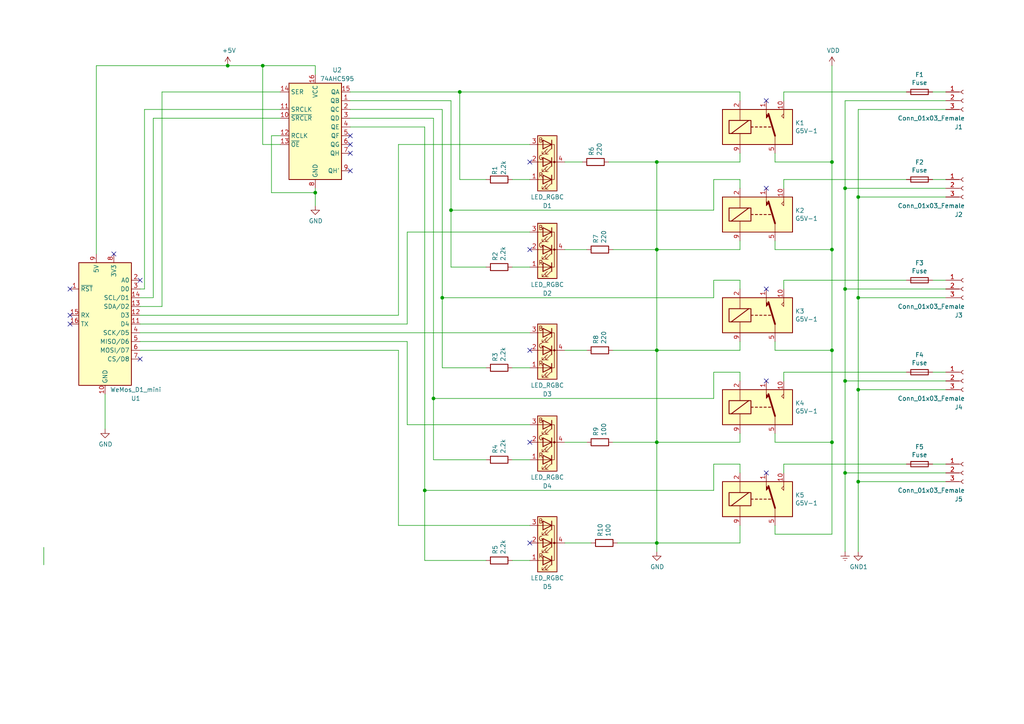
<source format=kicad_sch>
(kicad_sch (version 20230121) (generator eeschema)
  (paper "A4")
  (lib_symbols
    (symbol "74xx:74AHC595"
      (property "Reference" "U" (at -7.62 13.97 0))
      (property "Value" "74AHC595" (at -7.62 -16.51 0))
      (symbol "74AHC595_1_0"
        (pin tri_state line (at 10.16 7.62 180) (length 2.54) (name "QB") (number "1"))
        (pin input line (at -10.16 2.54 0) (length 2.54) (name "~{SRCLR}") (number "10"))
        (pin input line (at -10.16 5.08 0) (length 2.54) (name "SRCLK") (number "11"))
        (pin input line (at -10.16 -2.54 0) (length 2.54) (name "RCLK") (number "12"))
        (pin input line (at -10.16 -5.08 0) (length 2.54) (name "~{OE}") (number "13"))
        (pin input line (at -10.16 10.16 0) (length 2.54) (name "SER") (number "14"))
        (pin tri_state line (at 10.16 10.16 180) (length 2.54) (name "QA") (number "15"))
        (pin power_in line (at 0 15.24 270) (length 2.54) (name "VCC") (number "16"))
        (pin tri_state line (at 10.16 5.08 180) (length 2.54) (name "QC") (number "2"))
        (pin tri_state line (at 10.16 2.54 180) (length 2.54) (name "QD") (number "3"))
        (pin tri_state line (at 10.16 0 180) (length 2.54) (name "QE") (number "4"))
        (pin tri_state line (at 10.16 -2.54 180) (length 2.54) (name "QF") (number "5"))
        (pin tri_state line (at 10.16 -5.08 180) (length 2.54) (name "QG") (number "6"))
        (pin tri_state line (at 10.16 -7.62 180) (length 2.54) (name "QH") (number "7"))
        (pin power_in line (at 0 -17.78 90) (length 2.54) (name "GND") (number "8"))
        (pin output line (at 10.16 -12.7 180) (length 2.54) (name "QH'") (number "9"))
      )
      (symbol "74AHC595_1_1"
        (rectangle (start -7.62 12.7) (end 7.62 -15.24) (stroke (width 0.254)) (fill (type background)))
      )
    )
    (symbol "Device:Fuse" (pin_numbers hide) (pin_names (offset 0))
      (property "Reference" "F" (at 2.032 0 90))
      (property "Value" "Fuse" (at -1.905 0 90))
      (symbol "Fuse_0_1"
        (rectangle (start -0.762 -2.54) (end 0.762 2.54) (stroke (width 0.254)))
        (polyline (pts (xy 0 2.54) (xy 0 -2.54)))
      )
      (symbol "Fuse_1_1"
        (pin passive line (at 0 3.81 270) (length 1.27) (name "~") (number "1"))
        (pin passive line (at 0 -3.81 90) (length 1.27) (name "~") (number "2"))
      )
    )
    (symbol "Device:R" (pin_numbers hide) (pin_names (offset 0))
      (property "Reference" "R" (at 2.032 0 90))
      (property "Value" "R" (at 0 0 90))
      (symbol "R_0_1"
        (rectangle (start -1.016 -2.54) (end 1.016 2.54) (stroke (width 0.254)))
      )
      (symbol "R_1_1"
        (pin passive line (at 0 3.81 270) (length 1.27) (name "~") (number "1"))
        (pin passive line (at 0 -3.81 90) (length 1.27) (name "~") (number "2"))
      )
    )
    (symbol "ESP_Steckdose-rescue:Conn_01x03_Female-Connector" (pin_names (offset 1.016) hide)
      (property "Reference" "J" (at 0 5.08 0))
      (property "Value" "Connector_Conn_01x03_Female" (at 0 -5.08 0))
      (symbol "Conn_01x03_Female-Connector_1_1"
        (arc (start 0 -2.032) (mid -0.5058 -2.54) (end 0 -3.048) (stroke (width 0.1524)))
        (polyline (pts (xy -1.27 -2.54) (xy -0.508 -2.54)) (stroke (width 0.1524)))
        (polyline (pts (xy -1.27 0) (xy -0.508 0)) (stroke (width 0.1524)))
        (polyline (pts (xy -1.27 2.54) (xy -0.508 2.54)) (stroke (width 0.1524)))
        (arc (start 0 0.508) (mid -0.5058 0) (end 0 -0.508) (stroke (width 0.1524)))
        (arc (start 0 3.048) (mid -0.5058 2.54) (end 0 2.032) (stroke (width 0.1524)))
        (pin passive line (at -5.08 2.54 0) (length 3.81) (name "Pin_1") (number "1"))
        (pin passive line (at -5.08 0 0) (length 3.81) (name "Pin_2") (number "2"))
        (pin passive line (at -5.08 -2.54 0) (length 3.81) (name "Pin_3") (number "3"))
      )
    )
    (symbol "ESP_Steckdose-rescue:LED_RGBC-Device" (pin_names (offset 0) hide)
      (property "Reference" "D" (at 0 9.398 0))
      (property "Value" "Device_LED_RGBC" (at 0 -8.89 0))
      (symbol "LED_RGBC-Device_0_0"
        (text "B" (at 1.905 -6.35 0) (effects (font (size 1.27 1.27))))
        (text "G" (at 1.905 -1.27 0) (effects (font (size 1.27 1.27))))
        (text "R" (at 1.905 3.81 0) (effects (font (size 1.27 1.27))))
      )
      (symbol "LED_RGBC-Device_0_1"
        (circle (center -2.032 0) (radius 0.254) (fill (type outline)))
        (polyline (pts (xy -1.27 -5.08) (xy 1.27 -5.08)))
        (polyline (pts (xy -1.27 -3.81) (xy -1.27 -6.35)) (stroke (width 0.254)))
        (polyline (pts (xy -1.27 0) (xy -2.54 0)))
        (polyline (pts (xy -1.27 1.27) (xy -1.27 -1.27)) (stroke (width 0.254)))
        (polyline (pts (xy -1.27 5.08) (xy 1.27 5.08)))
        (polyline (pts (xy -1.27 6.35) (xy -1.27 3.81)) (stroke (width 0.254)))
        (polyline (pts (xy 1.27 -5.08) (xy 2.54 -5.08)))
        (polyline (pts (xy 1.27 0) (xy -1.27 0)))
        (polyline (pts (xy 1.27 0) (xy 2.54 0)))
        (polyline (pts (xy 1.27 5.08) (xy 2.54 5.08)))
        (polyline (pts (xy -1.27 1.27) (xy -1.27 -1.27) (xy -1.27 -1.27)))
        (polyline (pts (xy -1.27 6.35) (xy -1.27 3.81) (xy -1.27 3.81)))
        (polyline (pts (xy -1.27 5.08) (xy -2.032 5.08) (xy -2.032 -5.08) (xy -1.016 -5.08)))
        (polyline (pts (xy 1.27 -3.81) (xy 1.27 -6.35) (xy -1.27 -5.08) (xy 1.27 -3.81)) (stroke (width 0.254)))
        (polyline (pts (xy 1.27 1.27) (xy 1.27 -1.27) (xy -1.27 0) (xy 1.27 1.27)) (stroke (width 0.254)))
        (polyline (pts (xy 1.27 6.35) (xy 1.27 3.81) (xy -1.27 5.08) (xy 1.27 6.35)) (stroke (width 0.254)))
        (polyline (pts (xy -1.016 -3.81) (xy 0.508 -2.286) (xy -0.254 -2.286) (xy 0.508 -2.286) (xy 0.508 -3.048)))
        (polyline (pts (xy -1.016 1.27) (xy 0.508 2.794) (xy -0.254 2.794) (xy 0.508 2.794) (xy 0.508 2.032)))
        (polyline (pts (xy -1.016 6.35) (xy 0.508 7.874) (xy -0.254 7.874) (xy 0.508 7.874) (xy 0.508 7.112)))
        (polyline (pts (xy 0 -3.81) (xy 1.524 -2.286) (xy 0.762 -2.286) (xy 1.524 -2.286) (xy 1.524 -3.048)))
        (polyline (pts (xy 0 1.27) (xy 1.524 2.794) (xy 0.762 2.794) (xy 1.524 2.794) (xy 1.524 2.032)))
        (polyline (pts (xy 0 6.35) (xy 1.524 7.874) (xy 0.762 7.874) (xy 1.524 7.874) (xy 1.524 7.112)))
        (rectangle (start 1.27 -1.27) (end 1.27 1.27))
        (rectangle (start 1.27 1.27) (end 1.27 1.27))
        (rectangle (start 1.27 3.81) (end 1.27 6.35))
        (rectangle (start 1.27 6.35) (end 1.27 6.35))
        (rectangle (start 2.794 8.382) (end -2.794 -7.62) (stroke (width 0.254)) (fill (type background)))
      )
      (symbol "LED_RGBC-Device_1_1"
        (pin passive line (at 5.08 5.08 180) (length 2.54) (name "RA") (number "1"))
        (pin passive line (at 5.08 0 180) (length 2.54) (name "GA") (number "2"))
        (pin passive line (at 5.08 -5.08 180) (length 2.54) (name "BA") (number "3"))
        (pin passive line (at -5.08 0 0) (length 2.54) (name "K") (number "4"))
      )
    )
    (symbol "MCU_Module:WeMos_D1_mini"
      (property "Reference" "U" (at 3.81 19.05 0))
      (property "Value" "WeMos_D1_mini" (at 1.27 -19.05 0))
      (symbol "WeMos_D1_mini_1_1"
        (rectangle (start -7.62 17.78) (end 7.62 -17.78) (stroke (width 0.254)) (fill (type background)))
        (pin input line (at -10.16 10.16 0) (length 2.54) (name "~{RST}") (number "1"))
        (pin power_in line (at 0 -20.32 90) (length 2.54) (name "GND") (number "10"))
        (pin bidirectional line (at 10.16 0 180) (length 2.54) (name "D4") (number "11"))
        (pin bidirectional line (at 10.16 2.54 180) (length 2.54) (name "D3") (number "12"))
        (pin bidirectional line (at 10.16 5.08 180) (length 2.54) (name "SDA/D2") (number "13"))
        (pin bidirectional line (at 10.16 7.62 180) (length 2.54) (name "SCL/D1") (number "14"))
        (pin input line (at -10.16 2.54 0) (length 2.54) (name "RX") (number "15"))
        (pin output line (at -10.16 0 0) (length 2.54) (name "TX") (number "16"))
        (pin input line (at 10.16 12.7 180) (length 2.54) (name "A0") (number "2"))
        (pin bidirectional line (at 10.16 10.16 180) (length 2.54) (name "D0") (number "3"))
        (pin bidirectional line (at 10.16 -2.54 180) (length 2.54) (name "SCK/D5") (number "4"))
        (pin bidirectional line (at 10.16 -5.08 180) (length 2.54) (name "MISO/D6") (number "5"))
        (pin bidirectional line (at 10.16 -7.62 180) (length 2.54) (name "MOSI/D7") (number "6"))
        (pin bidirectional line (at 10.16 -10.16 180) (length 2.54) (name "CS/D8") (number "7"))
        (pin power_out line (at 2.54 20.32 270) (length 2.54) (name "3V3") (number "8"))
        (pin power_in line (at -2.54 20.32 270) (length 2.54) (name "5V") (number "9"))
      )
    )
    (symbol "Relay:G5V-1"
      (property "Reference" "K" (at 11.43 3.81 0))
      (property "Value" "G5V-1" (at 11.43 1.27 0))
      (symbol "G5V-1_0_0"
        (polyline (pts (xy 7.62 5.08) (xy 7.62 2.54) (xy 6.985 3.175) (xy 7.62 3.81)))
      )
      (symbol "G5V-1_0_1"
        (rectangle (start -10.16 5.08) (end 10.16 -5.08) (stroke (width 0.254)) (fill (type background)))
        (rectangle (start -8.255 1.905) (end -1.905 -1.905) (stroke (width 0.254)))
        (polyline (pts (xy -7.62 -1.905) (xy -2.54 1.905)) (stroke (width 0.254)))
        (polyline (pts (xy -5.08 -5.08) (xy -5.08 -1.905)))
        (polyline (pts (xy -5.08 5.08) (xy -5.08 1.905)))
        (polyline (pts (xy -1.905 0) (xy -1.27 0)) (stroke (width 0.254)))
        (polyline (pts (xy -0.635 0) (xy 0 0)) (stroke (width 0.254)))
        (polyline (pts (xy 0.635 0) (xy 1.27 0)) (stroke (width 0.254)))
        (polyline (pts (xy 1.905 0) (xy 2.54 0)) (stroke (width 0.254)))
        (polyline (pts (xy 3.175 0) (xy 3.81 0)) (stroke (width 0.254)))
        (polyline (pts (xy 5.08 -2.54) (xy 3.175 3.81)) (stroke (width 0.508)))
        (polyline (pts (xy 5.08 -2.54) (xy 5.08 -5.08)))
        (polyline (pts (xy 2.54 5.08) (xy 2.54 2.54) (xy 3.175 3.175) (xy 2.54 3.81)) (fill (type outline)))
      )
      (symbol "G5V-1_1_1"
        (pin passive line (at 2.54 7.62 270) (length 2.54) (name "~") (number "1"))
        (pin passive line (at 7.62 7.62 270) (length 2.54) (name "~") (number "10"))
        (pin passive line (at -5.08 7.62 270) (length 2.54) (name "~") (number "2"))
        (pin passive line (at 5.08 -7.62 90) (length 2.54) (name "~") (number "5"))
        (pin passive line (at 5.08 -7.62 90) (length 2.54) hide (name "~") (number "6"))
        (pin passive line (at -5.08 -7.62 90) (length 2.54) (name "~") (number "9"))
      )
    )
    (symbol "power:+5V" (power) (pin_names (offset 0))
      (property "Value" "+5V" (at 0 3.556 0))
      (symbol "+5V_0_1"
        (polyline (pts (xy -0.762 1.27) (xy 0 2.54)))
        (polyline (pts (xy 0 0) (xy 0 2.54)))
        (polyline (pts (xy 0 2.54) (xy 0.762 1.27)))
      )
      (symbol "+5V_1_1"
        (pin power_in line (at 0 0 90) (length 0) hide (name "+5V") (number "1"))
      )
    )
    (symbol "power:Earth" (power) (pin_names (offset 0))
      (symbol "Earth_0_1"
        (polyline (pts (xy -0.635 -1.905) (xy 0.635 -1.905)))
        (polyline (pts (xy -0.127 -2.54) (xy 0.127 -2.54)))
        (polyline (pts (xy 0 -1.27) (xy 0 0)))
        (polyline (pts (xy 1.27 -1.27) (xy -1.27 -1.27)))
      )
      (symbol "Earth_1_1"
        (pin power_in line (at 0 0 270) (length 0) hide (name "Earth") (number "1"))
      )
    )
    (symbol "power:GND" (power) (pin_names (offset 0))
      (property "Value" "GND" (at 0 -3.81 0))
      (symbol "GND_0_1"
        (polyline (pts (xy 0 0) (xy 0 -1.27) (xy 1.27 -1.27) (xy 0 -2.54) (xy -1.27 -1.27) (xy 0 -1.27)))
      )
      (symbol "GND_1_1"
        (pin power_in line (at 0 0 270) (length 0) hide (name "GND") (number "1"))
      )
    )
    (symbol "power:GND1" (power) (pin_names (offset 0))
      (property "Value" "GND1" (at 0 -3.81 0))
      (symbol "GND1_0_1"
        (polyline (pts (xy 0 0) (xy 0 -1.27) (xy 1.27 -1.27) (xy 0 -2.54) (xy -1.27 -1.27) (xy 0 -1.27)))
      )
      (symbol "GND1_1_1"
        (pin power_in line (at 0 0 270) (length 0) hide (name "GND1") (number "1"))
      )
    )
    (symbol "power:VDD" (power) (pin_names (offset 0))
      (property "Value" "VDD" (at 0 3.81 0))
      (symbol "VDD_0_1"
        (polyline (pts (xy -0.762 1.27) (xy 0 2.54)))
        (polyline (pts (xy 0 0) (xy 0 2.54)))
        (polyline (pts (xy 0 2.54) (xy 0.762 1.27)))
      )
      (symbol "VDD_1_1"
        (pin power_in line (at 0 0 90) (length 0) hide (name "VDD") (number "1"))
      )
    )
  )
  (junction (at 248.92 113.03))
  (junction (at 248.92 139.7))
  (junction (at 190.5 101.6))
  (junction (at 241.3 46.99))
  (junction (at 91.44 55.88))
  (junction (at 125.73 115.57))
  (junction (at 241.3 101.6))
  (junction (at 248.92 86.36))
  (junction (at 190.5 128.27))
  (junction (at 241.3 72.39))
  (junction (at 76.2 19.05))
  (junction (at 133.35 26.67))
  (junction (at 245.11 83.82))
  (junction (at 248.92 57.15))
  (junction (at 190.5 72.39))
  (junction (at 130.81 60.96))
  (junction (at 190.5 157.48))
  (junction (at 245.11 110.49))
  (junction (at 190.5 46.99))
  (junction (at 123.19 142.24))
  (junction (at 241.3 128.27))
  (junction (at 66.04 19.05))
  (junction (at 245.11 137.16))
  (junction (at 245.11 54.61))
  (junction (at 128.27 86.36))
  (no_connect (at 101.6 44.45))
  (no_connect (at 33.02 73.66))
  (no_connect (at 222.25 110.49))
  (no_connect (at 153.67 128.27))
  (no_connect (at 40.64 104.14))
  (no_connect (at 153.67 46.99))
  (no_connect (at 222.25 54.61))
  (no_connect (at 222.25 137.16))
  (no_connect (at 101.6 41.91))
  (no_connect (at 101.6 39.37))
  (no_connect (at 222.25 83.82))
  (no_connect (at 101.6 49.53))
  (no_connect (at 40.64 81.28))
  (no_connect (at 153.67 101.6))
  (no_connect (at 20.32 91.44))
  (no_connect (at 153.67 72.39))
  (no_connect (at 222.25 29.21))
  (no_connect (at 20.32 93.98))
  (no_connect (at 20.32 83.82))
  (no_connect (at 153.67 157.48))
  (wire (pts (xy 190.5 160.02) (xy 190.5 157.48)))
  (wire (pts (xy 190.5 46.99) (xy 214.63 46.99)))
  (wire (pts (xy 41.91 31.75) (xy 81.28 31.75)))
  (wire (pts (xy 274.32 26.67) (xy 270.51 26.67)))
  (wire (pts (xy 248.92 31.75) (xy 274.32 31.75)))
  (wire (pts (xy 245.11 29.21) (xy 274.32 29.21)))
  (wire (pts (xy 125.73 34.29) (xy 125.73 115.57)))
  (wire (pts (xy 241.3 46.99) (xy 241.3 72.39)))
  (wire (pts (xy 123.19 36.83) (xy 123.19 142.24)))
  (wire (pts (xy 91.44 19.05) (xy 91.44 21.59)))
  (wire (pts (xy 101.6 26.67) (xy 133.35 26.67)))
  (wire (pts (xy 163.83 157.48) (xy 171.45 157.48)))
  (wire (pts (xy 148.59 52.07) (xy 153.67 52.07)))
  (wire (pts (xy 125.73 133.35) (xy 140.97 133.35)))
  (wire (pts (xy 163.83 72.39) (xy 170.18 72.39)))
  (wire (pts (xy 248.92 86.36) (xy 248.92 113.03)))
  (wire (pts (xy 101.6 31.75) (xy 128.27 31.75)))
  (wire (pts (xy 128.27 31.75) (xy 128.27 86.36)))
  (wire (pts (xy 245.11 160.02) (xy 245.11 137.16)))
  (wire (pts (xy 81.28 39.37) (xy 78.74 39.37)))
  (wire (pts (xy 44.45 34.29) (xy 81.28 34.29)))
  (wire (pts (xy 177.8 128.27) (xy 190.5 128.27)))
  (wire (pts (xy 227.33 54.61) (xy 227.33 52.07)))
  (wire (pts (xy 130.81 60.96) (xy 207.01 60.96)))
  (wire (pts (xy 207.01 81.28) (xy 207.01 86.36)))
  (wire (pts (xy 248.92 139.7) (xy 248.92 160.02)))
  (wire (pts (xy 214.63 101.6) (xy 214.63 99.06)))
  (wire (pts (xy 214.63 26.67) (xy 214.63 29.21)))
  (wire (pts (xy 27.94 19.05) (xy 27.94 73.66)))
  (wire (pts (xy 190.5 101.6) (xy 214.63 101.6)))
  (wire (pts (xy 115.57 91.44) (xy 40.64 91.44)))
  (wire (pts (xy 40.64 101.6) (xy 115.57 101.6)))
  (wire (pts (xy 177.8 72.39) (xy 190.5 72.39)))
  (wire (pts (xy 177.8 101.6) (xy 190.5 101.6)))
  (wire (pts (xy 148.59 77.47) (xy 153.67 77.47)))
  (wire (pts (xy 227.33 137.16) (xy 227.33 134.62)))
  (wire (pts (xy 207.01 134.62) (xy 214.63 134.62)))
  (wire (pts (xy 133.35 26.67) (xy 133.35 52.07)))
  (wire (pts (xy 245.11 83.82) (xy 245.11 54.61)))
  (wire (pts (xy 214.63 83.82) (xy 214.63 81.28)))
  (wire (pts (xy 207.01 107.95) (xy 214.63 107.95)))
  (wire (pts (xy 190.5 101.6) (xy 190.5 128.27)))
  (wire (pts (xy 241.3 19.05) (xy 241.3 46.99)))
  (wire (pts (xy 241.3 101.6) (xy 224.79 101.6)))
  (wire (pts (xy 274.32 134.62) (xy 270.51 134.62)))
  (wire (pts (xy 130.81 60.96) (xy 130.81 77.47)))
  (wire (pts (xy 190.5 128.27) (xy 214.63 128.27)))
  (wire (pts (xy 207.01 60.96) (xy 207.01 52.07)))
  (wire (pts (xy 128.27 86.36) (xy 128.27 106.68)))
  (wire (pts (xy 66.04 19.05) (xy 76.2 19.05)))
  (wire (pts (xy 207.01 142.24) (xy 207.01 134.62)))
  (wire (pts (xy 123.19 142.24) (xy 207.01 142.24)))
  (wire (pts (xy 44.45 34.29) (xy 44.45 86.36)))
  (wire (pts (xy 190.5 128.27) (xy 190.5 157.48)))
  (wire (pts (xy 248.92 113.03) (xy 274.32 113.03)))
  (wire (pts (xy 248.92 113.03) (xy 248.92 139.7)))
  (wire (pts (xy 76.2 19.05) (xy 91.44 19.05)))
  (wire (pts (xy 118.11 67.31) (xy 153.67 67.31)))
  (wire (pts (xy 227.33 26.67) (xy 262.89 26.67)))
  (wire (pts (xy 190.5 72.39) (xy 190.5 101.6)))
  (wire (pts (xy 214.63 128.27) (xy 214.63 125.73)))
  (wire (pts (xy 130.81 77.47) (xy 140.97 77.47)))
  (wire (pts (xy 125.73 115.57) (xy 207.01 115.57)))
  (wire (pts (xy 163.83 128.27) (xy 170.18 128.27)))
  (wire (pts (xy 245.11 54.61) (xy 245.11 29.21)))
  (wire (pts (xy 248.92 57.15) (xy 248.92 86.36)))
  (wire (pts (xy 101.6 34.29) (xy 125.73 34.29)))
  (wire (pts (xy 40.64 86.36) (xy 44.45 86.36)))
  (wire (pts (xy 76.2 41.91) (xy 81.28 41.91)))
  (wire (pts (xy 130.81 29.21) (xy 130.81 60.96)))
  (wire (pts (xy 125.73 115.57) (xy 125.73 133.35)))
  (wire (pts (xy 118.11 93.98) (xy 40.64 93.98)))
  (wire (pts (xy 133.35 52.07) (xy 140.97 52.07)))
  (wire (pts (xy 128.27 106.68) (xy 140.97 106.68)))
  (wire (pts (xy 115.57 101.6) (xy 115.57 152.4)))
  (wire (pts (xy 190.5 72.39) (xy 214.63 72.39)))
  (wire (pts (xy 115.57 41.91) (xy 153.67 41.91)))
  (wire (pts (xy 190.5 46.99) (xy 190.5 72.39)))
  (wire (pts (xy 227.33 29.21) (xy 227.33 26.67)))
  (wire (pts (xy 274.32 52.07) (xy 270.51 52.07)))
  (wire (pts (xy 40.64 83.82) (xy 41.91 83.82)))
  (wire (pts (xy 214.63 134.62) (xy 214.63 137.16)))
  (wire (pts (xy 101.6 29.21) (xy 130.81 29.21)))
  (wire (pts (xy 179.07 157.48) (xy 190.5 157.48)))
  (wire (pts (xy 245.11 83.82) (xy 274.32 83.82)))
  (wire (pts (xy 76.2 19.05) (xy 76.2 41.91)))
  (wire (pts (xy 241.3 72.39) (xy 241.3 101.6)))
  (wire (pts (xy 40.64 88.9) (xy 46.99 88.9)))
  (wire (pts (xy 227.33 110.49) (xy 227.33 107.95)))
  (wire (pts (xy 46.99 26.67) (xy 46.99 88.9)))
  (wire (pts (xy 12.7 163.83) (xy 12.7 158.75)))
  (wire (pts (xy 78.74 39.37) (xy 78.74 55.88)))
  (wire (pts (xy 91.44 55.88) (xy 91.44 54.61)))
  (wire (pts (xy 41.91 31.75) (xy 41.91 83.82)))
  (wire (pts (xy 227.33 81.28) (xy 262.89 81.28)))
  (wire (pts (xy 224.79 154.94) (xy 224.79 152.4)))
  (wire (pts (xy 245.11 110.49) (xy 245.11 83.82)))
  (wire (pts (xy 207.01 52.07) (xy 214.63 52.07)))
  (wire (pts (xy 148.59 106.68) (xy 153.67 106.68)))
  (wire (pts (xy 248.92 31.75) (xy 248.92 57.15)))
  (wire (pts (xy 91.44 59.69) (xy 91.44 55.88)))
  (wire (pts (xy 133.35 26.67) (xy 214.63 26.67)))
  (wire (pts (xy 214.63 157.48) (xy 214.63 152.4)))
  (wire (pts (xy 148.59 162.56) (xy 153.67 162.56)))
  (wire (pts (xy 248.92 57.15) (xy 274.32 57.15)))
  (wire (pts (xy 248.92 86.36) (xy 274.32 86.36)))
  (wire (pts (xy 214.63 52.07) (xy 214.63 54.61)))
  (wire (pts (xy 115.57 152.4) (xy 153.67 152.4)))
  (wire (pts (xy 241.3 154.94) (xy 224.79 154.94)))
  (wire (pts (xy 245.11 54.61) (xy 274.32 54.61)))
  (wire (pts (xy 224.79 128.27) (xy 224.79 125.73)))
  (wire (pts (xy 224.79 46.99) (xy 224.79 44.45)))
  (wire (pts (xy 227.33 134.62) (xy 262.89 134.62)))
  (wire (pts (xy 214.63 81.28) (xy 207.01 81.28)))
  (wire (pts (xy 241.3 46.99) (xy 224.79 46.99)))
  (wire (pts (xy 118.11 123.19) (xy 118.11 99.06)))
  (wire (pts (xy 46.99 26.67) (xy 81.28 26.67)))
  (wire (pts (xy 227.33 52.07) (xy 262.89 52.07)))
  (wire (pts (xy 101.6 36.83) (xy 123.19 36.83)))
  (wire (pts (xy 176.53 46.99) (xy 190.5 46.99)))
  (wire (pts (xy 245.11 137.16) (xy 274.32 137.16)))
  (wire (pts (xy 40.64 99.06) (xy 118.11 99.06)))
  (wire (pts (xy 241.3 101.6) (xy 241.3 128.27)))
  (wire (pts (xy 245.11 137.16) (xy 245.11 110.49)))
  (wire (pts (xy 66.04 19.05) (xy 27.94 19.05)))
  (wire (pts (xy 248.92 139.7) (xy 274.32 139.7)))
  (wire (pts (xy 40.64 96.52) (xy 153.67 96.52)))
  (wire (pts (xy 241.3 72.39) (xy 224.79 72.39)))
  (wire (pts (xy 128.27 86.36) (xy 207.01 86.36)))
  (wire (pts (xy 163.83 101.6) (xy 170.18 101.6)))
  (wire (pts (xy 245.11 110.49) (xy 274.32 110.49)))
  (wire (pts (xy 241.3 128.27) (xy 241.3 154.94)))
  (wire (pts (xy 148.59 133.35) (xy 153.67 133.35)))
  (wire (pts (xy 163.83 46.99) (xy 168.91 46.99)))
  (wire (pts (xy 214.63 72.39) (xy 214.63 69.85)))
  (wire (pts (xy 190.5 157.48) (xy 214.63 157.48)))
  (wire (pts (xy 115.57 41.91) (xy 115.57 91.44)))
  (wire (pts (xy 274.32 107.95) (xy 270.51 107.95)))
  (wire (pts (xy 214.63 46.99) (xy 214.63 44.45)))
  (wire (pts (xy 227.33 107.95) (xy 262.89 107.95)))
  (wire (pts (xy 224.79 101.6) (xy 224.79 99.06)))
  (wire (pts (xy 30.48 124.46) (xy 30.48 114.3)))
  (wire (pts (xy 227.33 81.28) (xy 227.33 83.82)))
  (wire (pts (xy 214.63 107.95) (xy 214.63 110.49)))
  (wire (pts (xy 274.32 81.28) (xy 270.51 81.28)))
  (wire (pts (xy 207.01 115.57) (xy 207.01 107.95)))
  (wire (pts (xy 224.79 72.39) (xy 224.79 69.85)))
  (wire (pts (xy 123.19 162.56) (xy 140.97 162.56)))
  (wire (pts (xy 241.3 128.27) (xy 224.79 128.27)))
  (wire (pts (xy 78.74 55.88) (xy 91.44 55.88)))
  (wire (pts (xy 123.19 142.24) (xy 123.19 162.56)))
  (wire (pts (xy 118.11 67.31) (xy 118.11 93.98)))
  (wire (pts (xy 118.11 123.19) (xy 153.67 123.19)))
  (symbol (lib_id "power:GND") (at 190.5 160.02 0) (unit 1)
    (property "Reference" "#PWR?" (effects hide))
    (property "Value" "GND" (at 190.627 164.4142 0))
  )
  (symbol (lib_id "MCU_Module:WeMos_D1_mini") (at 30.48 93.98 0) (unit 1)
    (property "Reference" "U1" (at 39.37 115.57 0))
    (property "Value" "WeMos_D1_mini" (at 39.37 113.03 0))
    (property "Footprint" "Module:WEMOS_D1_mini_light" (effects hide))
    (property "Datasheet" "https://wiki.wemos.cc/products:d1:d1_mini#documentation" (effects hide))
  )
  (symbol (lib_id "74xx:74AHC595") (at 91.44 36.83 0) (unit 1)
    (property "Reference" "U2" (at 97.79 20.32 0))
    (property "Value" "74AHC595" (at 97.79 22.86 0))
    (property "Datasheet" "https://assets.nexperia.com/documents/data-sheet/74AHC_AHCT595.pdf" (effects hide))
  )
  (symbol (lib_id "ESP_Steckdose-rescue:LED_RGBC-Device") (at 158.75 157.48 180) (unit 1)
    (property "Reference" "D5" (at 158.75 170.18 0))
    (property "Value" "LED_RGBC" (at 158.75 167.64 0))
  )
  (symbol (lib_id "ESP_Steckdose-rescue:LED_RGBC-Device") (at 158.75 128.27 180) (unit 1)
    (property "Reference" "D4" (at 158.75 140.97 0))
    (property "Value" "LED_RGBC" (at 158.75 138.43 0))
  )
  (symbol (lib_id "ESP_Steckdose-rescue:LED_RGBC-Device") (at 158.75 101.6 180) (unit 1)
    (property "Reference" "D3" (at 158.75 114.3 0))
    (property "Value" "LED_RGBC" (at 158.75 111.76 0))
  )
  (symbol (lib_id "ESP_Steckdose-rescue:LED_RGBC-Device") (at 158.75 72.39 180) (unit 1)
    (property "Reference" "D2" (at 158.75 85.09 0))
    (property "Value" "LED_RGBC" (at 158.75 82.55 0))
  )
  (symbol (lib_id "ESP_Steckdose-rescue:LED_RGBC-Device") (at 158.75 46.99 180) (unit 1)
    (property "Reference" "D1" (at 158.75 59.69 0))
    (property "Value" "LED_RGBC" (at 158.75 57.15 0))
  )
  (symbol (lib_id "Relay:G5V-1") (at 219.71 144.78 0) (unit 1)
    (property "Reference" "K5" (at 230.632 143.6116 0) (effects (justify left)))
    (property "Value" "G5V-1" (at 230.632 145.923 0) (effects (justify left)))
    (property "Footprint" "Relay_THT:Relay_SPDT_Omron_G5V-1" (effects hide))
    (property "Datasheet" "http://omronfs.omron.com/en_US/ecb/products/pdf/en-g5v_1.pdf" (effects hide))
  )
  (symbol (lib_id "Relay:G5V-1") (at 219.71 118.11 0) (unit 1)
    (property "Reference" "K4" (at 230.632 116.9416 0) (effects (justify left)))
    (property "Value" "G5V-1" (at 230.632 119.253 0) (effects (justify left)))
    (property "Footprint" "Relay_THT:Relay_SPDT_Omron_G5V-1" (effects hide))
    (property "Datasheet" "http://omronfs.omron.com/en_US/ecb/products/pdf/en-g5v_1.pdf" (effects hide))
  )
  (symbol (lib_id "Relay:G5V-1") (at 219.71 91.44 0) (unit 1)
    (property "Reference" "K3" (at 230.632 90.2716 0) (effects (justify left)))
    (property "Value" "G5V-1" (at 230.632 92.583 0) (effects (justify left)))
    (property "Footprint" "Relay_THT:Relay_SPDT_Omron_G5V-1" (effects hide))
    (property "Datasheet" "http://omronfs.omron.com/en_US/ecb/products/pdf/en-g5v_1.pdf" (effects hide))
  )
  (symbol (lib_id "Relay:G5V-1") (at 219.71 62.23 0) (unit 1)
    (property "Reference" "K2" (at 230.632 61.0616 0) (effects (justify left)))
    (property "Value" "G5V-1" (at 230.632 63.373 0) (effects (justify left)))
    (property "Footprint" "Relay_THT:Relay_SPDT_Omron_G5V-1" (effects hide))
    (property "Datasheet" "http://omronfs.omron.com/en_US/ecb/products/pdf/en-g5v_1.pdf" (effects hide))
  )
  (symbol (lib_id "Relay:G5V-1") (at 219.71 36.83 0) (unit 1)
    (property "Reference" "K1" (at 230.632 35.6616 0) (effects (justify left)))
    (property "Value" "G5V-1" (at 230.632 37.973 0) (effects (justify left)))
    (property "Footprint" "Relay_THT:Relay_SPDT_Omron_G5V-1" (effects hide))
    (property "Datasheet" "http://omronfs.omron.com/en_US/ecb/products/pdf/en-g5v_1.pdf" (effects hide))
  )
  (symbol (lib_id "power:+5V") (at 66.04 19.05 0) (unit 1)
    (property "Reference" "#PWR?" (effects hide))
    (property "Value" "+5V" (at 66.421 14.6558 0))
  )
  (symbol (lib_id "Device:R") (at 144.78 162.56 90) (unit 1)
    (property "Reference" "R5" (at 143.6116 160.782 0) (effects (justify left)))
    (property "Value" "2.2k" (at 145.923 160.782 0) (effects (justify left)))
  )
  (symbol (lib_id "Device:R") (at 175.26 157.48 90) (unit 1)
    (property "Reference" "R10" (at 174.0916 155.702 0) (effects (justify left)))
    (property "Value" "100" (at 176.403 155.702 0) (effects (justify left)))
  )
  (symbol (lib_id "Device:R") (at 173.99 128.27 90) (unit 1)
    (property "Reference" "R9" (at 172.8216 126.492 0) (effects (justify left)))
    (property "Value" "100" (at 175.133 126.492 0) (effects (justify left)))
  )
  (symbol (lib_id "Device:R") (at 173.99 101.6 90) (unit 1)
    (property "Reference" "R8" (at 172.8216 99.822 0) (effects (justify left)))
    (property "Value" "220" (at 175.133 99.822 0) (effects (justify left)))
  )
  (symbol (lib_id "Device:R") (at 173.99 72.39 90) (unit 1)
    (property "Reference" "R7" (at 172.8216 70.612 0) (effects (justify left)))
    (property "Value" "220" (at 175.133 70.612 0) (effects (justify left)))
  )
  (symbol (lib_id "Device:R") (at 172.72 46.99 90) (unit 1)
    (property "Reference" "R6" (at 171.5516 45.212 0) (effects (justify left)))
    (property "Value" "220" (at 173.863 45.212 0) (effects (justify left)))
  )
  (symbol (lib_id "Device:R") (at 144.78 52.07 90) (unit 1)
    (property "Reference" "R1" (at 143.51 50.8 0) (effects (justify left)))
    (property "Value" "2.2k" (at 146.05 50.8 0) (effects (justify left)))
  )
  (symbol (lib_id "Device:R") (at 144.78 77.47 90) (unit 1)
    (property "Reference" "R2" (at 143.6116 75.692 0) (effects (justify left)))
    (property "Value" "2.2k" (at 145.923 75.692 0) (effects (justify left)))
  )
  (symbol (lib_id "Device:R") (at 144.78 106.68 90) (unit 1)
    (property "Reference" "R3" (at 143.6116 104.902 0) (effects (justify left)))
    (property "Value" "2.2k" (at 145.923 104.902 0) (effects (justify left)))
  )
  (symbol (lib_id "Device:R") (at 144.78 133.35 90) (unit 1)
    (property "Reference" "R4" (at 143.6116 131.572 0) (effects (justify left)))
    (property "Value" "2.2k" (at 145.923 131.572 0) (effects (justify left)))
  )
  (symbol (lib_id "power:GND") (at 91.44 59.69 0) (unit 1)
    (property "Reference" "#PWR?" (effects hide))
    (property "Value" "GND" (at 91.567 64.0842 0))
  )
  (symbol (lib_id "power:GND") (at 30.48 124.46 0) (unit 1)
    (property "Reference" "#PWR?" (effects hide))
    (property "Value" "GND" (at 30.607 128.8542 0))
  )
  (symbol (lib_id "Device:Fuse") (at 266.7 26.67 90) (unit 1)
    (property "Reference" "F1" (at 266.7 21.6662 90))
    (property "Value" "Fuse" (at 266.7 23.9776 90))
  )
  (symbol (lib_id "power:VDD") (at 241.3 19.05 0) (unit 1)
    (property "Reference" "#PWR?" (effects hide))
    (property "Value" "VDD" (at 241.681 14.6558 0))
  )
  (symbol (lib_id "ESP_Steckdose-rescue:Conn_01x03_Female-Connector") (at 279.4 29.21 0) (unit 1)
    (property "Reference" "J1" (at 276.86 36.83 0) (effects (justify left)))
    (property "Value" "Conn_01x03_Female" (at 260.35 34.29 0) (effects (justify left)))
  )
  (symbol (lib_id "power:Earth") (at 245.11 160.02 0) (unit 1)
    (property "Reference" "#PWR?" (effects hide))
    (property "Value" "Earth" (effects hide))
  )
  (symbol (lib_id "power:GND1") (at 248.92 160.02 0) (unit 1)
    (property "Reference" "#PWR?" (effects hide))
    (property "Value" "GND1" (at 249.047 164.4142 0))
  )
  (symbol (lib_id "Device:Fuse") (at 266.7 52.07 90) (unit 1)
    (property "Reference" "F2" (at 266.7 47.0662 90))
    (property "Value" "Fuse" (at 266.7 49.3776 90))
  )
  (symbol (lib_id "ESP_Steckdose-rescue:Conn_01x03_Female-Connector") (at 279.4 54.61 0) (unit 1)
    (property "Reference" "J2" (at 276.86 62.23 0) (effects (justify left)))
    (property "Value" "Conn_01x03_Female" (at 260.35 59.69 0) (effects (justify left)))
  )
  (symbol (lib_id "Device:Fuse") (at 266.7 81.28 90) (unit 1)
    (property "Reference" "F3" (at 266.7 76.2762 90))
    (property "Value" "Fuse" (at 266.7 78.5876 90))
  )
  (symbol (lib_id "ESP_Steckdose-rescue:Conn_01x03_Female-Connector") (at 279.4 83.82 0) (unit 1)
    (property "Reference" "J3" (at 276.86 91.44 0) (effects (justify left)))
    (property "Value" "Conn_01x03_Female" (at 260.35 88.9 0) (effects (justify left)))
  )
  (symbol (lib_id "Device:Fuse") (at 266.7 107.95 90) (unit 1)
    (property "Reference" "F4" (at 266.7 102.9462 90))
    (property "Value" "Fuse" (at 266.7 105.2576 90))
  )
  (symbol (lib_id "ESP_Steckdose-rescue:Conn_01x03_Female-Connector") (at 279.4 110.49 0) (unit 1)
    (property "Reference" "J4" (at 276.86 118.11 0) (effects (justify left)))
    (property "Value" "Conn_01x03_Female" (at 260.35 115.57 0) (effects (justify left)))
  )
  (symbol (lib_id "Device:Fuse") (at 266.7 134.62 90) (unit 1)
    (property "Reference" "F5" (at 266.7 129.6162 90))
    (property "Value" "Fuse" (at 266.7 131.9276 90))
  )
  (symbol (lib_id "ESP_Steckdose-rescue:Conn_01x03_Female-Connector") (at 279.4 137.16 0) (unit 1)
    (property "Reference" "J5" (at 276.86 144.78 0) (effects (justify left)))
    (property "Value" "Conn_01x03_Female" (at 260.35 142.24 0) (effects (justify left)))
  )
)
</source>
